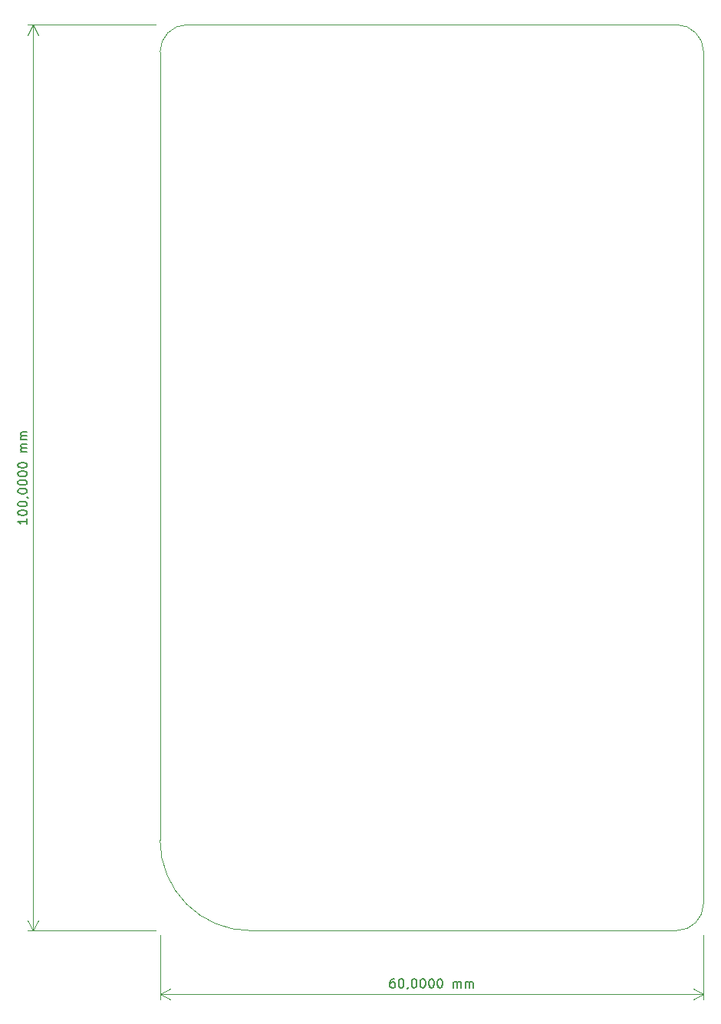
<source format=gbr>
%TF.GenerationSoftware,KiCad,Pcbnew,8.0.4-8.0.4-0~ubuntu22.04.1*%
%TF.CreationDate,2024-08-28T20:52:20+02:00*%
%TF.ProjectId,defcon32_badge,64656663-6f6e-4333-925f-62616467652e,rev?*%
%TF.SameCoordinates,Original*%
%TF.FileFunction,Profile,NP*%
%FSLAX46Y46*%
G04 Gerber Fmt 4.6, Leading zero omitted, Abs format (unit mm)*
G04 Created by KiCad (PCBNEW 8.0.4-8.0.4-0~ubuntu22.04.1) date 2024-08-28 20:52:20*
%MOMM*%
%LPD*%
G01*
G04 APERTURE LIST*
%TA.AperFunction,Profile*%
%ADD10C,0.050000*%
%TD*%
%ADD11C,0.150000*%
G04 APERTURE END LIST*
D10*
X110000000Y-160000000D02*
X157000000Y-160000000D01*
X160000000Y-63000000D02*
X160000000Y-157000000D01*
X103000000Y-60000000D02*
X157000000Y-60000000D01*
X100000000Y-63000000D02*
G75*
G02*
X103000000Y-60000000I3000000J0D01*
G01*
X100000000Y-63000000D02*
X100000000Y-150000000D01*
X160000000Y-157000000D02*
G75*
G02*
X157000000Y-160000000I-3000000J0D01*
G01*
X110000000Y-160000000D02*
G75*
G02*
X100000000Y-150000000I0J10000000D01*
G01*
X157000000Y-60000000D02*
G75*
G02*
X160000000Y-63000000I0J-3000000D01*
G01*
D11*
X125857143Y-165304819D02*
X125666667Y-165304819D01*
X125666667Y-165304819D02*
X125571429Y-165352438D01*
X125571429Y-165352438D02*
X125523810Y-165400057D01*
X125523810Y-165400057D02*
X125428572Y-165542914D01*
X125428572Y-165542914D02*
X125380953Y-165733390D01*
X125380953Y-165733390D02*
X125380953Y-166114342D01*
X125380953Y-166114342D02*
X125428572Y-166209580D01*
X125428572Y-166209580D02*
X125476191Y-166257200D01*
X125476191Y-166257200D02*
X125571429Y-166304819D01*
X125571429Y-166304819D02*
X125761905Y-166304819D01*
X125761905Y-166304819D02*
X125857143Y-166257200D01*
X125857143Y-166257200D02*
X125904762Y-166209580D01*
X125904762Y-166209580D02*
X125952381Y-166114342D01*
X125952381Y-166114342D02*
X125952381Y-165876247D01*
X125952381Y-165876247D02*
X125904762Y-165781009D01*
X125904762Y-165781009D02*
X125857143Y-165733390D01*
X125857143Y-165733390D02*
X125761905Y-165685771D01*
X125761905Y-165685771D02*
X125571429Y-165685771D01*
X125571429Y-165685771D02*
X125476191Y-165733390D01*
X125476191Y-165733390D02*
X125428572Y-165781009D01*
X125428572Y-165781009D02*
X125380953Y-165876247D01*
X126571429Y-165304819D02*
X126666667Y-165304819D01*
X126666667Y-165304819D02*
X126761905Y-165352438D01*
X126761905Y-165352438D02*
X126809524Y-165400057D01*
X126809524Y-165400057D02*
X126857143Y-165495295D01*
X126857143Y-165495295D02*
X126904762Y-165685771D01*
X126904762Y-165685771D02*
X126904762Y-165923866D01*
X126904762Y-165923866D02*
X126857143Y-166114342D01*
X126857143Y-166114342D02*
X126809524Y-166209580D01*
X126809524Y-166209580D02*
X126761905Y-166257200D01*
X126761905Y-166257200D02*
X126666667Y-166304819D01*
X126666667Y-166304819D02*
X126571429Y-166304819D01*
X126571429Y-166304819D02*
X126476191Y-166257200D01*
X126476191Y-166257200D02*
X126428572Y-166209580D01*
X126428572Y-166209580D02*
X126380953Y-166114342D01*
X126380953Y-166114342D02*
X126333334Y-165923866D01*
X126333334Y-165923866D02*
X126333334Y-165685771D01*
X126333334Y-165685771D02*
X126380953Y-165495295D01*
X126380953Y-165495295D02*
X126428572Y-165400057D01*
X126428572Y-165400057D02*
X126476191Y-165352438D01*
X126476191Y-165352438D02*
X126571429Y-165304819D01*
X127380953Y-166257200D02*
X127380953Y-166304819D01*
X127380953Y-166304819D02*
X127333334Y-166400057D01*
X127333334Y-166400057D02*
X127285715Y-166447676D01*
X128000000Y-165304819D02*
X128095238Y-165304819D01*
X128095238Y-165304819D02*
X128190476Y-165352438D01*
X128190476Y-165352438D02*
X128238095Y-165400057D01*
X128238095Y-165400057D02*
X128285714Y-165495295D01*
X128285714Y-165495295D02*
X128333333Y-165685771D01*
X128333333Y-165685771D02*
X128333333Y-165923866D01*
X128333333Y-165923866D02*
X128285714Y-166114342D01*
X128285714Y-166114342D02*
X128238095Y-166209580D01*
X128238095Y-166209580D02*
X128190476Y-166257200D01*
X128190476Y-166257200D02*
X128095238Y-166304819D01*
X128095238Y-166304819D02*
X128000000Y-166304819D01*
X128000000Y-166304819D02*
X127904762Y-166257200D01*
X127904762Y-166257200D02*
X127857143Y-166209580D01*
X127857143Y-166209580D02*
X127809524Y-166114342D01*
X127809524Y-166114342D02*
X127761905Y-165923866D01*
X127761905Y-165923866D02*
X127761905Y-165685771D01*
X127761905Y-165685771D02*
X127809524Y-165495295D01*
X127809524Y-165495295D02*
X127857143Y-165400057D01*
X127857143Y-165400057D02*
X127904762Y-165352438D01*
X127904762Y-165352438D02*
X128000000Y-165304819D01*
X128952381Y-165304819D02*
X129047619Y-165304819D01*
X129047619Y-165304819D02*
X129142857Y-165352438D01*
X129142857Y-165352438D02*
X129190476Y-165400057D01*
X129190476Y-165400057D02*
X129238095Y-165495295D01*
X129238095Y-165495295D02*
X129285714Y-165685771D01*
X129285714Y-165685771D02*
X129285714Y-165923866D01*
X129285714Y-165923866D02*
X129238095Y-166114342D01*
X129238095Y-166114342D02*
X129190476Y-166209580D01*
X129190476Y-166209580D02*
X129142857Y-166257200D01*
X129142857Y-166257200D02*
X129047619Y-166304819D01*
X129047619Y-166304819D02*
X128952381Y-166304819D01*
X128952381Y-166304819D02*
X128857143Y-166257200D01*
X128857143Y-166257200D02*
X128809524Y-166209580D01*
X128809524Y-166209580D02*
X128761905Y-166114342D01*
X128761905Y-166114342D02*
X128714286Y-165923866D01*
X128714286Y-165923866D02*
X128714286Y-165685771D01*
X128714286Y-165685771D02*
X128761905Y-165495295D01*
X128761905Y-165495295D02*
X128809524Y-165400057D01*
X128809524Y-165400057D02*
X128857143Y-165352438D01*
X128857143Y-165352438D02*
X128952381Y-165304819D01*
X129904762Y-165304819D02*
X130000000Y-165304819D01*
X130000000Y-165304819D02*
X130095238Y-165352438D01*
X130095238Y-165352438D02*
X130142857Y-165400057D01*
X130142857Y-165400057D02*
X130190476Y-165495295D01*
X130190476Y-165495295D02*
X130238095Y-165685771D01*
X130238095Y-165685771D02*
X130238095Y-165923866D01*
X130238095Y-165923866D02*
X130190476Y-166114342D01*
X130190476Y-166114342D02*
X130142857Y-166209580D01*
X130142857Y-166209580D02*
X130095238Y-166257200D01*
X130095238Y-166257200D02*
X130000000Y-166304819D01*
X130000000Y-166304819D02*
X129904762Y-166304819D01*
X129904762Y-166304819D02*
X129809524Y-166257200D01*
X129809524Y-166257200D02*
X129761905Y-166209580D01*
X129761905Y-166209580D02*
X129714286Y-166114342D01*
X129714286Y-166114342D02*
X129666667Y-165923866D01*
X129666667Y-165923866D02*
X129666667Y-165685771D01*
X129666667Y-165685771D02*
X129714286Y-165495295D01*
X129714286Y-165495295D02*
X129761905Y-165400057D01*
X129761905Y-165400057D02*
X129809524Y-165352438D01*
X129809524Y-165352438D02*
X129904762Y-165304819D01*
X130857143Y-165304819D02*
X130952381Y-165304819D01*
X130952381Y-165304819D02*
X131047619Y-165352438D01*
X131047619Y-165352438D02*
X131095238Y-165400057D01*
X131095238Y-165400057D02*
X131142857Y-165495295D01*
X131142857Y-165495295D02*
X131190476Y-165685771D01*
X131190476Y-165685771D02*
X131190476Y-165923866D01*
X131190476Y-165923866D02*
X131142857Y-166114342D01*
X131142857Y-166114342D02*
X131095238Y-166209580D01*
X131095238Y-166209580D02*
X131047619Y-166257200D01*
X131047619Y-166257200D02*
X130952381Y-166304819D01*
X130952381Y-166304819D02*
X130857143Y-166304819D01*
X130857143Y-166304819D02*
X130761905Y-166257200D01*
X130761905Y-166257200D02*
X130714286Y-166209580D01*
X130714286Y-166209580D02*
X130666667Y-166114342D01*
X130666667Y-166114342D02*
X130619048Y-165923866D01*
X130619048Y-165923866D02*
X130619048Y-165685771D01*
X130619048Y-165685771D02*
X130666667Y-165495295D01*
X130666667Y-165495295D02*
X130714286Y-165400057D01*
X130714286Y-165400057D02*
X130761905Y-165352438D01*
X130761905Y-165352438D02*
X130857143Y-165304819D01*
X132380953Y-166304819D02*
X132380953Y-165638152D01*
X132380953Y-165733390D02*
X132428572Y-165685771D01*
X132428572Y-165685771D02*
X132523810Y-165638152D01*
X132523810Y-165638152D02*
X132666667Y-165638152D01*
X132666667Y-165638152D02*
X132761905Y-165685771D01*
X132761905Y-165685771D02*
X132809524Y-165781009D01*
X132809524Y-165781009D02*
X132809524Y-166304819D01*
X132809524Y-165781009D02*
X132857143Y-165685771D01*
X132857143Y-165685771D02*
X132952381Y-165638152D01*
X132952381Y-165638152D02*
X133095238Y-165638152D01*
X133095238Y-165638152D02*
X133190477Y-165685771D01*
X133190477Y-165685771D02*
X133238096Y-165781009D01*
X133238096Y-165781009D02*
X133238096Y-166304819D01*
X133714286Y-166304819D02*
X133714286Y-165638152D01*
X133714286Y-165733390D02*
X133761905Y-165685771D01*
X133761905Y-165685771D02*
X133857143Y-165638152D01*
X133857143Y-165638152D02*
X134000000Y-165638152D01*
X134000000Y-165638152D02*
X134095238Y-165685771D01*
X134095238Y-165685771D02*
X134142857Y-165781009D01*
X134142857Y-165781009D02*
X134142857Y-166304819D01*
X134142857Y-165781009D02*
X134190476Y-165685771D01*
X134190476Y-165685771D02*
X134285714Y-165638152D01*
X134285714Y-165638152D02*
X134428571Y-165638152D01*
X134428571Y-165638152D02*
X134523810Y-165685771D01*
X134523810Y-165685771D02*
X134571429Y-165781009D01*
X134571429Y-165781009D02*
X134571429Y-166304819D01*
D10*
X100000000Y-160500000D02*
X100000000Y-167586420D01*
X160000000Y-160500000D02*
X160000000Y-167586420D01*
X100000000Y-167000000D02*
X160000000Y-167000000D01*
X100000000Y-167000000D02*
X160000000Y-167000000D01*
X100000000Y-167000000D02*
X101126504Y-166413579D01*
X100000000Y-167000000D02*
X101126504Y-167586421D01*
X160000000Y-167000000D02*
X158873496Y-167586421D01*
X160000000Y-167000000D02*
X158873496Y-166413579D01*
D11*
X85304819Y-114523809D02*
X85304819Y-115095237D01*
X85304819Y-114809523D02*
X84304819Y-114809523D01*
X84304819Y-114809523D02*
X84447676Y-114904761D01*
X84447676Y-114904761D02*
X84542914Y-114999999D01*
X84542914Y-114999999D02*
X84590533Y-115095237D01*
X84304819Y-113904761D02*
X84304819Y-113809523D01*
X84304819Y-113809523D02*
X84352438Y-113714285D01*
X84352438Y-113714285D02*
X84400057Y-113666666D01*
X84400057Y-113666666D02*
X84495295Y-113619047D01*
X84495295Y-113619047D02*
X84685771Y-113571428D01*
X84685771Y-113571428D02*
X84923866Y-113571428D01*
X84923866Y-113571428D02*
X85114342Y-113619047D01*
X85114342Y-113619047D02*
X85209580Y-113666666D01*
X85209580Y-113666666D02*
X85257200Y-113714285D01*
X85257200Y-113714285D02*
X85304819Y-113809523D01*
X85304819Y-113809523D02*
X85304819Y-113904761D01*
X85304819Y-113904761D02*
X85257200Y-113999999D01*
X85257200Y-113999999D02*
X85209580Y-114047618D01*
X85209580Y-114047618D02*
X85114342Y-114095237D01*
X85114342Y-114095237D02*
X84923866Y-114142856D01*
X84923866Y-114142856D02*
X84685771Y-114142856D01*
X84685771Y-114142856D02*
X84495295Y-114095237D01*
X84495295Y-114095237D02*
X84400057Y-114047618D01*
X84400057Y-114047618D02*
X84352438Y-113999999D01*
X84352438Y-113999999D02*
X84304819Y-113904761D01*
X84304819Y-112952380D02*
X84304819Y-112857142D01*
X84304819Y-112857142D02*
X84352438Y-112761904D01*
X84352438Y-112761904D02*
X84400057Y-112714285D01*
X84400057Y-112714285D02*
X84495295Y-112666666D01*
X84495295Y-112666666D02*
X84685771Y-112619047D01*
X84685771Y-112619047D02*
X84923866Y-112619047D01*
X84923866Y-112619047D02*
X85114342Y-112666666D01*
X85114342Y-112666666D02*
X85209580Y-112714285D01*
X85209580Y-112714285D02*
X85257200Y-112761904D01*
X85257200Y-112761904D02*
X85304819Y-112857142D01*
X85304819Y-112857142D02*
X85304819Y-112952380D01*
X85304819Y-112952380D02*
X85257200Y-113047618D01*
X85257200Y-113047618D02*
X85209580Y-113095237D01*
X85209580Y-113095237D02*
X85114342Y-113142856D01*
X85114342Y-113142856D02*
X84923866Y-113190475D01*
X84923866Y-113190475D02*
X84685771Y-113190475D01*
X84685771Y-113190475D02*
X84495295Y-113142856D01*
X84495295Y-113142856D02*
X84400057Y-113095237D01*
X84400057Y-113095237D02*
X84352438Y-113047618D01*
X84352438Y-113047618D02*
X84304819Y-112952380D01*
X85257200Y-112142856D02*
X85304819Y-112142856D01*
X85304819Y-112142856D02*
X85400057Y-112190475D01*
X85400057Y-112190475D02*
X85447676Y-112238094D01*
X84304819Y-111523809D02*
X84304819Y-111428571D01*
X84304819Y-111428571D02*
X84352438Y-111333333D01*
X84352438Y-111333333D02*
X84400057Y-111285714D01*
X84400057Y-111285714D02*
X84495295Y-111238095D01*
X84495295Y-111238095D02*
X84685771Y-111190476D01*
X84685771Y-111190476D02*
X84923866Y-111190476D01*
X84923866Y-111190476D02*
X85114342Y-111238095D01*
X85114342Y-111238095D02*
X85209580Y-111285714D01*
X85209580Y-111285714D02*
X85257200Y-111333333D01*
X85257200Y-111333333D02*
X85304819Y-111428571D01*
X85304819Y-111428571D02*
X85304819Y-111523809D01*
X85304819Y-111523809D02*
X85257200Y-111619047D01*
X85257200Y-111619047D02*
X85209580Y-111666666D01*
X85209580Y-111666666D02*
X85114342Y-111714285D01*
X85114342Y-111714285D02*
X84923866Y-111761904D01*
X84923866Y-111761904D02*
X84685771Y-111761904D01*
X84685771Y-111761904D02*
X84495295Y-111714285D01*
X84495295Y-111714285D02*
X84400057Y-111666666D01*
X84400057Y-111666666D02*
X84352438Y-111619047D01*
X84352438Y-111619047D02*
X84304819Y-111523809D01*
X84304819Y-110571428D02*
X84304819Y-110476190D01*
X84304819Y-110476190D02*
X84352438Y-110380952D01*
X84352438Y-110380952D02*
X84400057Y-110333333D01*
X84400057Y-110333333D02*
X84495295Y-110285714D01*
X84495295Y-110285714D02*
X84685771Y-110238095D01*
X84685771Y-110238095D02*
X84923866Y-110238095D01*
X84923866Y-110238095D02*
X85114342Y-110285714D01*
X85114342Y-110285714D02*
X85209580Y-110333333D01*
X85209580Y-110333333D02*
X85257200Y-110380952D01*
X85257200Y-110380952D02*
X85304819Y-110476190D01*
X85304819Y-110476190D02*
X85304819Y-110571428D01*
X85304819Y-110571428D02*
X85257200Y-110666666D01*
X85257200Y-110666666D02*
X85209580Y-110714285D01*
X85209580Y-110714285D02*
X85114342Y-110761904D01*
X85114342Y-110761904D02*
X84923866Y-110809523D01*
X84923866Y-110809523D02*
X84685771Y-110809523D01*
X84685771Y-110809523D02*
X84495295Y-110761904D01*
X84495295Y-110761904D02*
X84400057Y-110714285D01*
X84400057Y-110714285D02*
X84352438Y-110666666D01*
X84352438Y-110666666D02*
X84304819Y-110571428D01*
X84304819Y-109619047D02*
X84304819Y-109523809D01*
X84304819Y-109523809D02*
X84352438Y-109428571D01*
X84352438Y-109428571D02*
X84400057Y-109380952D01*
X84400057Y-109380952D02*
X84495295Y-109333333D01*
X84495295Y-109333333D02*
X84685771Y-109285714D01*
X84685771Y-109285714D02*
X84923866Y-109285714D01*
X84923866Y-109285714D02*
X85114342Y-109333333D01*
X85114342Y-109333333D02*
X85209580Y-109380952D01*
X85209580Y-109380952D02*
X85257200Y-109428571D01*
X85257200Y-109428571D02*
X85304819Y-109523809D01*
X85304819Y-109523809D02*
X85304819Y-109619047D01*
X85304819Y-109619047D02*
X85257200Y-109714285D01*
X85257200Y-109714285D02*
X85209580Y-109761904D01*
X85209580Y-109761904D02*
X85114342Y-109809523D01*
X85114342Y-109809523D02*
X84923866Y-109857142D01*
X84923866Y-109857142D02*
X84685771Y-109857142D01*
X84685771Y-109857142D02*
X84495295Y-109809523D01*
X84495295Y-109809523D02*
X84400057Y-109761904D01*
X84400057Y-109761904D02*
X84352438Y-109714285D01*
X84352438Y-109714285D02*
X84304819Y-109619047D01*
X84304819Y-108666666D02*
X84304819Y-108571428D01*
X84304819Y-108571428D02*
X84352438Y-108476190D01*
X84352438Y-108476190D02*
X84400057Y-108428571D01*
X84400057Y-108428571D02*
X84495295Y-108380952D01*
X84495295Y-108380952D02*
X84685771Y-108333333D01*
X84685771Y-108333333D02*
X84923866Y-108333333D01*
X84923866Y-108333333D02*
X85114342Y-108380952D01*
X85114342Y-108380952D02*
X85209580Y-108428571D01*
X85209580Y-108428571D02*
X85257200Y-108476190D01*
X85257200Y-108476190D02*
X85304819Y-108571428D01*
X85304819Y-108571428D02*
X85304819Y-108666666D01*
X85304819Y-108666666D02*
X85257200Y-108761904D01*
X85257200Y-108761904D02*
X85209580Y-108809523D01*
X85209580Y-108809523D02*
X85114342Y-108857142D01*
X85114342Y-108857142D02*
X84923866Y-108904761D01*
X84923866Y-108904761D02*
X84685771Y-108904761D01*
X84685771Y-108904761D02*
X84495295Y-108857142D01*
X84495295Y-108857142D02*
X84400057Y-108809523D01*
X84400057Y-108809523D02*
X84352438Y-108761904D01*
X84352438Y-108761904D02*
X84304819Y-108666666D01*
X85304819Y-107142856D02*
X84638152Y-107142856D01*
X84733390Y-107142856D02*
X84685771Y-107095237D01*
X84685771Y-107095237D02*
X84638152Y-106999999D01*
X84638152Y-106999999D02*
X84638152Y-106857142D01*
X84638152Y-106857142D02*
X84685771Y-106761904D01*
X84685771Y-106761904D02*
X84781009Y-106714285D01*
X84781009Y-106714285D02*
X85304819Y-106714285D01*
X84781009Y-106714285D02*
X84685771Y-106666666D01*
X84685771Y-106666666D02*
X84638152Y-106571428D01*
X84638152Y-106571428D02*
X84638152Y-106428571D01*
X84638152Y-106428571D02*
X84685771Y-106333332D01*
X84685771Y-106333332D02*
X84781009Y-106285713D01*
X84781009Y-106285713D02*
X85304819Y-106285713D01*
X85304819Y-105809523D02*
X84638152Y-105809523D01*
X84733390Y-105809523D02*
X84685771Y-105761904D01*
X84685771Y-105761904D02*
X84638152Y-105666666D01*
X84638152Y-105666666D02*
X84638152Y-105523809D01*
X84638152Y-105523809D02*
X84685771Y-105428571D01*
X84685771Y-105428571D02*
X84781009Y-105380952D01*
X84781009Y-105380952D02*
X85304819Y-105380952D01*
X84781009Y-105380952D02*
X84685771Y-105333333D01*
X84685771Y-105333333D02*
X84638152Y-105238095D01*
X84638152Y-105238095D02*
X84638152Y-105095238D01*
X84638152Y-105095238D02*
X84685771Y-104999999D01*
X84685771Y-104999999D02*
X84781009Y-104952380D01*
X84781009Y-104952380D02*
X85304819Y-104952380D01*
D10*
X99500000Y-60000000D02*
X85413580Y-60000000D01*
X99500000Y-160000000D02*
X85413580Y-160000000D01*
X86000000Y-60000000D02*
X86000000Y-160000000D01*
X86000000Y-60000000D02*
X86000000Y-160000000D01*
X86000000Y-60000000D02*
X86586421Y-61126504D01*
X86000000Y-60000000D02*
X85413579Y-61126504D01*
X86000000Y-160000000D02*
X85413579Y-158873496D01*
X86000000Y-160000000D02*
X86586421Y-158873496D01*
M02*

</source>
